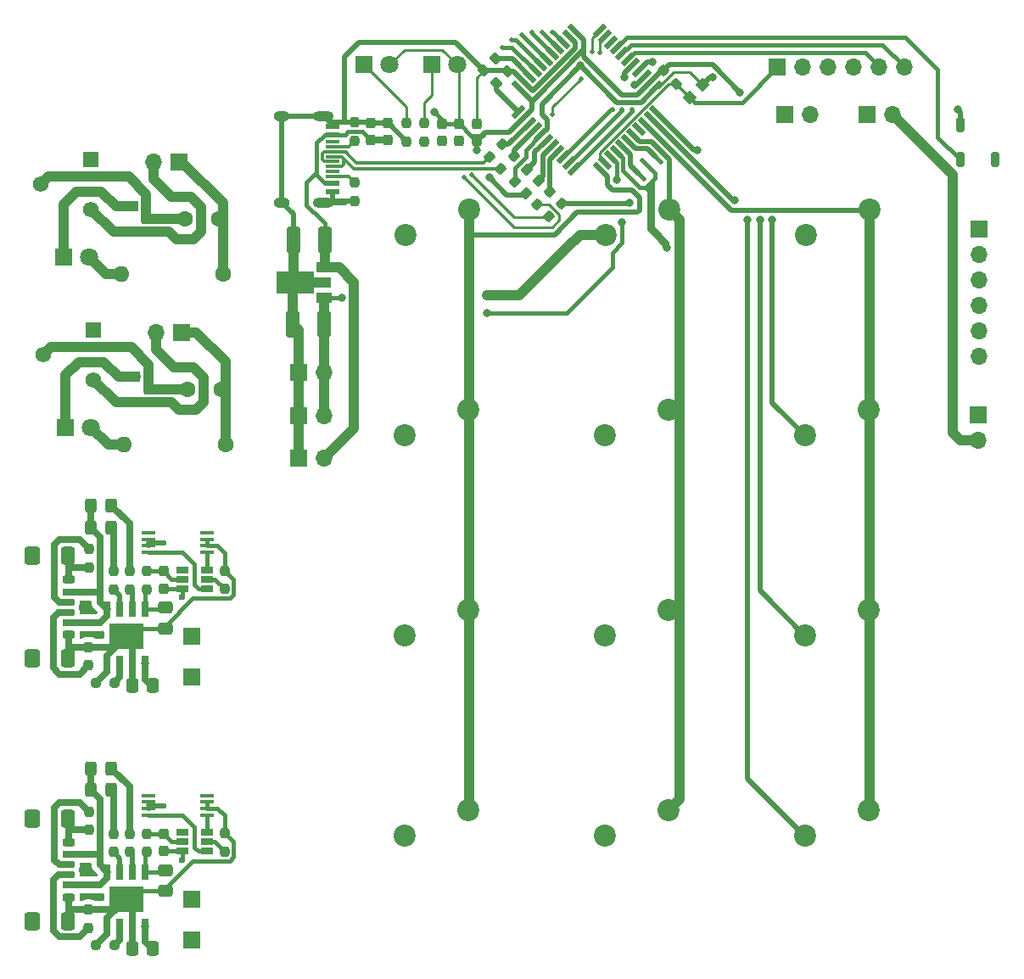
<source format=gbr>
%TF.GenerationSoftware,KiCad,Pcbnew,8.0.3*%
%TF.CreationDate,2024-09-19T18:37:29+03:00*%
%TF.ProjectId,JLC8,4a4c4338-2e6b-4696-9361-645f70636258,rev?*%
%TF.SameCoordinates,Original*%
%TF.FileFunction,Copper,L1,Top*%
%TF.FilePolarity,Positive*%
%FSLAX46Y46*%
G04 Gerber Fmt 4.6, Leading zero omitted, Abs format (unit mm)*
G04 Created by KiCad (PCBNEW 8.0.3) date 2024-09-19 18:37:29*
%MOMM*%
%LPD*%
G01*
G04 APERTURE LIST*
G04 Aperture macros list*
%AMRoundRect*
0 Rectangle with rounded corners*
0 $1 Rounding radius*
0 $2 $3 $4 $5 $6 $7 $8 $9 X,Y pos of 4 corners*
0 Add a 4 corners polygon primitive as box body*
4,1,4,$2,$3,$4,$5,$6,$7,$8,$9,$2,$3,0*
0 Add four circle primitives for the rounded corners*
1,1,$1+$1,$2,$3*
1,1,$1+$1,$4,$5*
1,1,$1+$1,$6,$7*
1,1,$1+$1,$8,$9*
0 Add four rect primitives between the rounded corners*
20,1,$1+$1,$2,$3,$4,$5,0*
20,1,$1+$1,$4,$5,$6,$7,0*
20,1,$1+$1,$6,$7,$8,$9,0*
20,1,$1+$1,$8,$9,$2,$3,0*%
%AMRotRect*
0 Rectangle, with rotation*
0 The origin of the aperture is its center*
0 $1 length*
0 $2 width*
0 $3 Rotation angle, in degrees counterclockwise*
0 Add horizontal line*
21,1,$1,$2,0,0,$3*%
G04 Aperture macros list end*
%TA.AperFunction,SMDPad,CuDef*%
%ADD10RoundRect,0.250000X-0.337500X-0.475000X0.337500X-0.475000X0.337500X0.475000X-0.337500X0.475000X0*%
%TD*%
%TA.AperFunction,SMDPad,CuDef*%
%ADD11RoundRect,0.237500X0.237500X-0.287500X0.237500X0.287500X-0.237500X0.287500X-0.237500X-0.287500X0*%
%TD*%
%TA.AperFunction,SMDPad,CuDef*%
%ADD12R,1.200000X0.650000*%
%TD*%
%TA.AperFunction,SMDPad,CuDef*%
%ADD13R,0.700000X1.525000*%
%TD*%
%TA.AperFunction,SMDPad,CuDef*%
%ADD14R,3.402000X2.513000*%
%TD*%
%TA.AperFunction,SMDPad,CuDef*%
%ADD15RoundRect,0.237500X-0.380070X0.044194X0.044194X-0.380070X0.380070X-0.044194X-0.044194X0.380070X0*%
%TD*%
%TA.AperFunction,ComponentPad*%
%ADD16C,2.200000*%
%TD*%
%TA.AperFunction,SMDPad,CuDef*%
%ADD17RotRect,1.000000X1.000000X45.000000*%
%TD*%
%TA.AperFunction,SMDPad,CuDef*%
%ADD18RoundRect,0.237500X0.237500X-0.250000X0.237500X0.250000X-0.237500X0.250000X-0.237500X-0.250000X0*%
%TD*%
%TA.AperFunction,SMDPad,CuDef*%
%ADD19RoundRect,0.237500X-0.237500X0.250000X-0.237500X-0.250000X0.237500X-0.250000X0.237500X0.250000X0*%
%TD*%
%TA.AperFunction,SMDPad,CuDef*%
%ADD20RoundRect,0.250000X0.412500X1.100000X-0.412500X1.100000X-0.412500X-1.100000X0.412500X-1.100000X0*%
%TD*%
%TA.AperFunction,ComponentPad*%
%ADD21R,1.800000X1.100000*%
%TD*%
%TA.AperFunction,ComponentPad*%
%ADD22RoundRect,0.275000X-0.625000X0.275000X-0.625000X-0.275000X0.625000X-0.275000X0.625000X0.275000X0*%
%TD*%
%TA.AperFunction,ComponentPad*%
%ADD23R,1.700000X1.700000*%
%TD*%
%TA.AperFunction,ComponentPad*%
%ADD24O,1.700000X1.700000*%
%TD*%
%TA.AperFunction,SMDPad,CuDef*%
%ADD25RoundRect,0.237500X-0.008839X-0.344715X0.344715X0.008839X0.008839X0.344715X-0.344715X-0.008839X0*%
%TD*%
%TA.AperFunction,ComponentPad*%
%ADD26C,1.600000*%
%TD*%
%TA.AperFunction,SMDPad,CuDef*%
%ADD27RoundRect,0.250000X0.325000X0.450000X-0.325000X0.450000X-0.325000X-0.450000X0.325000X-0.450000X0*%
%TD*%
%TA.AperFunction,SMDPad,CuDef*%
%ADD28RoundRect,0.237500X0.237500X-0.300000X0.237500X0.300000X-0.237500X0.300000X-0.237500X-0.300000X0*%
%TD*%
%TA.AperFunction,SMDPad,CuDef*%
%ADD29RoundRect,0.237500X0.008839X0.344715X-0.344715X-0.008839X-0.008839X-0.344715X0.344715X0.008839X0*%
%TD*%
%TA.AperFunction,SMDPad,CuDef*%
%ADD30RoundRect,0.237500X-0.044194X-0.380070X0.380070X0.044194X0.044194X0.380070X-0.380070X-0.044194X0*%
%TD*%
%TA.AperFunction,ComponentPad*%
%ADD31R,1.800000X1.800000*%
%TD*%
%TA.AperFunction,ComponentPad*%
%ADD32C,1.800000*%
%TD*%
%TA.AperFunction,ComponentPad*%
%ADD33O,1.600000X1.600000*%
%TD*%
%TA.AperFunction,SMDPad,CuDef*%
%ADD34R,1.450000X0.600000*%
%TD*%
%TA.AperFunction,SMDPad,CuDef*%
%ADD35R,1.450000X0.300000*%
%TD*%
%TA.AperFunction,ComponentPad*%
%ADD36O,2.100000X1.000000*%
%TD*%
%TA.AperFunction,ComponentPad*%
%ADD37O,1.600000X1.000000*%
%TD*%
%TA.AperFunction,SMDPad,CuDef*%
%ADD38RoundRect,0.250000X-0.475000X0.337500X-0.475000X-0.337500X0.475000X-0.337500X0.475000X0.337500X0*%
%TD*%
%TA.AperFunction,SMDPad,CuDef*%
%ADD39R,1.500000X1.000000*%
%TD*%
%TA.AperFunction,SMDPad,CuDef*%
%ADD40R,3.700000X2.200000*%
%TD*%
%TA.AperFunction,SMDPad,CuDef*%
%ADD41R,1.800000X1.000000*%
%TD*%
%TA.AperFunction,SMDPad,CuDef*%
%ADD42RotRect,0.400000X1.900000X225.000000*%
%TD*%
%TA.AperFunction,SMDPad,CuDef*%
%ADD43RoundRect,0.237500X-0.237500X0.300000X-0.237500X-0.300000X0.237500X-0.300000X0.237500X0.300000X0*%
%TD*%
%TA.AperFunction,SMDPad,CuDef*%
%ADD44RoundRect,0.200000X-0.200000X0.550000X-0.200000X-0.550000X0.200000X-0.550000X0.200000X0.550000X0*%
%TD*%
%TA.AperFunction,SMDPad,CuDef*%
%ADD45RotRect,0.508000X1.473200X315.000000*%
%TD*%
%TA.AperFunction,SMDPad,CuDef*%
%ADD46RotRect,0.508000X1.473200X225.000000*%
%TD*%
%TA.AperFunction,SMDPad,CuDef*%
%ADD47RoundRect,0.237500X0.380070X-0.044194X-0.044194X0.380070X-0.380070X0.044194X0.044194X-0.380070X0*%
%TD*%
%TA.AperFunction,SMDPad,CuDef*%
%ADD48RoundRect,0.237500X0.044194X0.380070X-0.380070X-0.044194X-0.044194X-0.380070X0.380070X0.044194X0*%
%TD*%
%TA.AperFunction,ComponentPad*%
%ADD49R,1.560000X1.560000*%
%TD*%
%TA.AperFunction,ComponentPad*%
%ADD50C,1.560000*%
%TD*%
%TA.AperFunction,SMDPad,CuDef*%
%ADD51RoundRect,0.175000X-0.425000X0.175000X-0.425000X-0.175000X0.425000X-0.175000X0.425000X0.175000X0*%
%TD*%
%TA.AperFunction,SMDPad,CuDef*%
%ADD52RoundRect,0.190000X0.410000X-0.190000X0.410000X0.190000X-0.410000X0.190000X-0.410000X-0.190000X0*%
%TD*%
%TA.AperFunction,SMDPad,CuDef*%
%ADD53RoundRect,0.200000X0.400000X-0.200000X0.400000X0.200000X-0.400000X0.200000X-0.400000X-0.200000X0*%
%TD*%
%TA.AperFunction,SMDPad,CuDef*%
%ADD54RoundRect,0.175000X0.425000X-0.175000X0.425000X0.175000X-0.425000X0.175000X-0.425000X-0.175000X0*%
%TD*%
%TA.AperFunction,SMDPad,CuDef*%
%ADD55RoundRect,0.190000X-0.410000X0.190000X-0.410000X-0.190000X0.410000X-0.190000X0.410000X0.190000X0*%
%TD*%
%TA.AperFunction,SMDPad,CuDef*%
%ADD56RoundRect,0.200000X-0.400000X0.200000X-0.400000X-0.200000X0.400000X-0.200000X0.400000X0.200000X0*%
%TD*%
%TA.AperFunction,SMDPad,CuDef*%
%ADD57RoundRect,0.250000X-0.425000X0.650000X-0.425000X-0.650000X0.425000X-0.650000X0.425000X0.650000X0*%
%TD*%
%TA.AperFunction,SMDPad,CuDef*%
%ADD58RoundRect,0.250000X-0.500000X0.650000X-0.500000X-0.650000X0.500000X-0.650000X0.500000X0.650000X0*%
%TD*%
%TA.AperFunction,SMDPad,CuDef*%
%ADD59R,1.475000X0.450000*%
%TD*%
%TA.AperFunction,SMDPad,CuDef*%
%ADD60RoundRect,0.237500X-0.250000X-0.237500X0.250000X-0.237500X0.250000X0.237500X-0.250000X0.237500X0*%
%TD*%
%TA.AperFunction,SMDPad,CuDef*%
%ADD61RoundRect,0.237500X-0.344715X0.008839X0.008839X-0.344715X0.344715X-0.008839X-0.008839X0.344715X0*%
%TD*%
%TA.AperFunction,ViaPad*%
%ADD62C,0.500000*%
%TD*%
%TA.AperFunction,ViaPad*%
%ADD63C,0.800000*%
%TD*%
%TA.AperFunction,ViaPad*%
%ADD64C,0.600000*%
%TD*%
%TA.AperFunction,Conductor*%
%ADD65C,0.500000*%
%TD*%
%TA.AperFunction,Conductor*%
%ADD66C,1.000000*%
%TD*%
%TA.AperFunction,Conductor*%
%ADD67C,0.400000*%
%TD*%
%TA.AperFunction,Conductor*%
%ADD68C,0.250000*%
%TD*%
%TA.AperFunction,Conductor*%
%ADD69C,0.700000*%
%TD*%
%TA.AperFunction,Conductor*%
%ADD70C,0.300000*%
%TD*%
G04 APERTURE END LIST*
D10*
%TO.P,C2,1*%
%TO.N,N/C*%
X111844250Y-141662179D03*
%TO.P,C2,2*%
X113919250Y-141662179D03*
%TD*%
D11*
%TO.P,D3,1,K*%
%TO.N,N/C*%
X142756050Y-61092179D03*
%TO.P,D3,2,A*%
X142756050Y-59342179D03*
%TD*%
D12*
%TO.P,U3,1,OD*%
%TO.N,N/C*%
X119332500Y-105769679D03*
%TO.P,U3,2,CS*%
X119332500Y-104819679D03*
%TO.P,U3,3,OC*%
X119332500Y-103869679D03*
%TO.P,U3,4,TD*%
X116832500Y-103869679D03*
%TO.P,U3,5,VCC*%
X116832500Y-104819679D03*
%TO.P,U3,6,GND*%
X116832500Y-105769679D03*
%TD*%
D13*
%TO.P,U1,1,TEMP1*%
%TO.N,N/C*%
X109344250Y-113244179D03*
%TO.P,U1,2,PROG2*%
X110614250Y-113244179D03*
%TO.P,U1,3,GND_3*%
X111884250Y-113244179D03*
%TO.P,U1,4,VCC4*%
X113154250Y-113244179D03*
%TO.P,U1,5,BAT*%
X113154250Y-107820179D03*
%TO.P,U1,6,~{STDBY}*%
X111884250Y-107820179D03*
%TO.P,U1,7,~{CHRG}*%
X110614250Y-107820179D03*
%TO.P,U1,8,CE*%
X109344250Y-107820179D03*
D14*
%TO.P,U1,9,EP*%
X111249250Y-110532179D03*
%TD*%
D15*
%TO.P,C10,1*%
%TO.N,N/C*%
X146956170Y-54067299D03*
%TO.P,C10,2*%
X148175930Y-55287059D03*
%TD*%
D16*
%TO.P,SW4,1,1*%
%TO.N,N/C*%
X145376050Y-87887179D03*
%TO.P,SW4,2,2*%
X139026050Y-90427179D03*
%TD*%
D17*
%TO.P,REF\u002A\u002A,1*%
%TO.N,N/C*%
X168756050Y-55467179D03*
%TD*%
D18*
%TO.P,R3,1*%
%TO.N,N/C*%
X121069250Y-131974679D03*
%TO.P,R3,2*%
X121069250Y-130149679D03*
%TD*%
D19*
%TO.P,R6,1*%
%TO.N,N/C*%
X107506750Y-111584679D03*
%TO.P,R6,2*%
X107506750Y-113409679D03*
%TD*%
D20*
%TO.P,C2,1*%
%TO.N,N/C*%
X131008550Y-79327179D03*
%TO.P,C2,2*%
X127883550Y-79327179D03*
%TD*%
D21*
%TO.P,Q7,1,C*%
%TO.N,N/C*%
X111831050Y-84637179D03*
D22*
%TO.P,Q7,2,B*%
X113901050Y-85907179D03*
%TO.P,Q7,3,E*%
X111831050Y-87177179D03*
%TD*%
D23*
%TO.P,J3,1*%
%TO.N,N/C*%
X196381050Y-69867179D03*
D24*
%TO.P,J3,2*%
X196381050Y-72407179D03*
%TO.P,J3,3*%
X196381050Y-74947179D03*
%TO.P,J3,4*%
X196381050Y-77487179D03*
%TO.P,J3,5*%
X196381050Y-80027179D03*
%TO.P,J3,6*%
X196381050Y-82567179D03*
%TD*%
D25*
%TO.P,R8,1*%
%TO.N,N/C*%
X152274998Y-67437256D03*
%TO.P,R8,2*%
X153565468Y-66146786D03*
%TD*%
D26*
%TO.P,R3,1*%
%TO.N,N/C*%
X117102370Y-68888499D03*
%TO.P,R3,2*%
X120502370Y-68888499D03*
%TD*%
D27*
%TO.P,D2,1,K*%
%TO.N,N/C*%
X109794250Y-123687179D03*
%TO.P,D2,2,A*%
X107744250Y-123687179D03*
%TD*%
D18*
%TO.P,R4,1*%
%TO.N,N/C*%
X113282500Y-105832179D03*
%TO.P,R4,2*%
X113282500Y-104007179D03*
%TD*%
D27*
%TO.P,D2,1,K*%
%TO.N,N/C*%
X109794250Y-97487179D03*
%TO.P,D2,2,A*%
X107744250Y-97487179D03*
%TD*%
D26*
%TO.P,R3,1*%
%TO.N,N/C*%
X117351050Y-85907179D03*
%TO.P,R3,2*%
X120751050Y-85907179D03*
%TD*%
D27*
%TO.P,D1,1,K*%
%TO.N,N/C*%
X109794250Y-99667179D03*
%TO.P,D1,2,A*%
X107744250Y-99667179D03*
%TD*%
D19*
%TO.P,R2,1*%
%TO.N,N/C*%
X111594250Y-130194679D03*
%TO.P,R2,2*%
X111594250Y-132019679D03*
%TD*%
D23*
%TO.P,REF\u002A\u002A,1*%
%TO.N,N/C*%
X128481050Y-92717179D03*
D24*
%TO.P,REF\u002A\u002A,2*%
X131021050Y-92717179D03*
%TD*%
D16*
%TO.P,SW10,1,1*%
%TO.N,N/C*%
X185376050Y-107887179D03*
%TO.P,SW10,2,2*%
X179026050Y-110427179D03*
%TD*%
D28*
%TO.P,C1,1*%
%TO.N,N/C*%
X115007500Y-131957179D03*
%TO.P,C1,2*%
X115007500Y-130232179D03*
%TD*%
D29*
%TO.P,R6,1*%
%TO.N,N/C*%
X148822060Y-61424538D03*
%TO.P,R6,2*%
X147531590Y-62715008D03*
%TD*%
D30*
%TO.P,C8,1*%
%TO.N,N/C*%
X150043586Y-65138617D03*
%TO.P,C8,2*%
X151263346Y-63918857D03*
%TD*%
D16*
%TO.P,SW2,1,1*%
%TO.N,N/C*%
X165456050Y-67887179D03*
%TO.P,SW2,2,2*%
X159106050Y-70427179D03*
%TD*%
D31*
%TO.P,D2,1,K*%
%TO.N,N/C*%
X141731050Y-53467179D03*
D32*
%TO.P,D2,2,A*%
X144271050Y-53467179D03*
%TD*%
D23*
%TO.P,J3,1,Pin_1*%
%TO.N,N/C*%
X117769250Y-114587179D03*
%TD*%
D26*
%TO.P,R14,1*%
%TO.N,N/C*%
X120912370Y-74388499D03*
D33*
%TO.P,R14,2*%
X110752370Y-74388499D03*
%TD*%
D34*
%TO.P,J1,A1,GND*%
%TO.N,N/C*%
X131881050Y-59637179D03*
%TO.P,J1,A4,VBUS*%
X131881050Y-60437179D03*
D35*
%TO.P,J1,A5,CC1*%
X131881050Y-61637179D03*
%TO.P,J1,A6,D+*%
X131881050Y-62637179D03*
%TO.P,J1,A7,D-*%
X131881050Y-63137179D03*
%TO.P,J1,A8,SBU1*%
X131881050Y-64137179D03*
D34*
%TO.P,J1,B1,GND*%
X131881050Y-66137179D03*
%TO.P,J1,B4,VBUS*%
X131881050Y-65337179D03*
D35*
%TO.P,J1,B5,CC2*%
X131881050Y-64637179D03*
%TO.P,J1,B6,D+*%
X131881050Y-63637179D03*
%TO.P,J1,B7,D-*%
X131881050Y-62137179D03*
%TO.P,J1,B8,SBU2*%
X131881050Y-61137179D03*
D36*
%TO.P,J1,S1,SHIELD*%
X130966050Y-58567179D03*
D37*
X126786050Y-58567179D03*
D36*
X130966050Y-67207179D03*
D37*
X126786050Y-67207179D03*
%TD*%
D19*
%TO.P,R6,1*%
%TO.N,N/C*%
X107506750Y-137784679D03*
%TO.P,R6,2*%
X107506750Y-139609679D03*
%TD*%
D29*
%TO.P,R5,1*%
%TO.N,N/C*%
X149953431Y-62555909D03*
%TO.P,R5,2*%
X148662961Y-63846379D03*
%TD*%
D18*
%TO.P,R4,1*%
%TO.N,N/C*%
X113282500Y-132032179D03*
%TO.P,R4,2*%
X113282500Y-130207179D03*
%TD*%
D38*
%TO.P,C3,1*%
%TO.N,N/C*%
X115144250Y-133862179D03*
%TO.P,C3,2*%
X115144250Y-135937179D03*
%TD*%
D11*
%TO.P,D4,1,K*%
%TO.N,N/C*%
X144506050Y-61092179D03*
%TO.P,D4,2,A*%
X144506050Y-59342179D03*
%TD*%
D39*
%TO.P,U2,1,VO*%
%TO.N,N/C*%
X131006050Y-76717179D03*
D40*
%TO.P,U2,2,GND*%
X128106050Y-75217179D03*
D41*
X130856050Y-75217179D03*
D39*
%TO.P,U2,3,VI*%
X131006050Y-73717179D03*
%TD*%
D19*
%TO.P,R2,1*%
%TO.N,N/C*%
X111594250Y-103994679D03*
%TO.P,R2,2*%
X111594250Y-105819679D03*
%TD*%
D16*
%TO.P,SW13,1,1*%
%TO.N,N/C*%
X185376050Y-127887179D03*
%TO.P,SW13,2,2*%
X179026050Y-130427179D03*
%TD*%
D23*
%TO.P,J2,1,Pin_1*%
%TO.N,N/C*%
X117769250Y-110537179D03*
%TD*%
D13*
%TO.P,U1,1,TEMP1*%
%TO.N,N/C*%
X109344250Y-139444179D03*
%TO.P,U1,2,PROG2*%
X110614250Y-139444179D03*
%TO.P,U1,3,GND_3*%
X111884250Y-139444179D03*
%TO.P,U1,4,VCC4*%
X113154250Y-139444179D03*
%TO.P,U1,5,BAT*%
X113154250Y-134020179D03*
%TO.P,U1,6,~{STDBY}*%
X111884250Y-134020179D03*
%TO.P,U1,7,~{CHRG}*%
X110614250Y-134020179D03*
%TO.P,U1,8,CE*%
X109344250Y-134020179D03*
D14*
%TO.P,U1,9,EP*%
X111249250Y-136732179D03*
%TD*%
D42*
%TO.P,Y1,1,1*%
%TO.N,N/C*%
X164124578Y-62688651D03*
%TO.P,Y1,2,2*%
X163276050Y-63537179D03*
%TO.P,Y1,3,3*%
X162427522Y-64385707D03*
%TD*%
D28*
%TO.P,C3,1*%
%TO.N,N/C*%
X135666050Y-60979679D03*
%TO.P,C3,2*%
X135666050Y-59254679D03*
%TD*%
D43*
%TO.P,C9,1*%
%TO.N,N/C*%
X146256050Y-59354678D03*
%TO.P,C9,2*%
X146256050Y-61079680D03*
%TD*%
D23*
%TO.P,J3,1,Pin_1*%
%TO.N,N/C*%
X117769250Y-140787179D03*
%TD*%
D16*
%TO.P,SW9,1,1*%
%TO.N,N/C*%
X165376050Y-107887179D03*
%TO.P,SW9,2,2*%
X159026050Y-110427179D03*
%TD*%
D21*
%TO.P,Q7,1,C*%
%TO.N,N/C*%
X111582370Y-67618499D03*
D22*
%TO.P,Q7,2,B*%
X113652370Y-68888499D03*
%TO.P,Q7,3,E*%
X111582370Y-70158499D03*
%TD*%
D12*
%TO.P,U3,1,OD*%
%TO.N,N/C*%
X119332500Y-131969679D03*
%TO.P,U3,2,CS*%
X119332500Y-131019679D03*
%TO.P,U3,3,OC*%
X119332500Y-130069679D03*
%TO.P,U3,4,TD*%
X116832500Y-130069679D03*
%TO.P,U3,5,VCC*%
X116832500Y-131019679D03*
%TO.P,U3,6,GND*%
X116832500Y-131969679D03*
%TD*%
D18*
%TO.P,R3,1*%
%TO.N,N/C*%
X121069250Y-105774679D03*
%TO.P,R3,2*%
X121069250Y-103949679D03*
%TD*%
D23*
%TO.P,J2,1*%
%TO.N,N/C*%
X176256050Y-53717179D03*
D24*
%TO.P,J2,2*%
X178796050Y-53717179D03*
%TO.P,J2,3*%
X181336050Y-53717179D03*
%TO.P,J2,4*%
X183876050Y-53717179D03*
%TO.P,J2,5*%
X186416050Y-53717179D03*
%TO.P,J2,6*%
X188956050Y-53717179D03*
%TD*%
D23*
%TO.P,BT1,1,+*%
%TO.N,N/C*%
X116776050Y-80157179D03*
D24*
%TO.P,BT1,2,-*%
X114236050Y-80157179D03*
%TD*%
D17*
%TO.P,REF\u002A\u002A,1*%
%TO.N,N/C*%
X167506050Y-56717179D03*
%TD*%
D44*
%TO.P,BZ1,1,+*%
%TO.N,N/C*%
X194506050Y-62967179D03*
%TO.P,BZ1,2,-*%
X194506050Y-59467179D03*
%TO.P,BZ1,mp*%
X198006050Y-62967179D03*
%TD*%
D16*
%TO.P,SW7,1,1*%
%TO.N,N/C*%
X185376050Y-87887179D03*
%TO.P,SW7,2,2*%
X179026050Y-90427179D03*
%TD*%
D31*
%TO.P,D8,1,K*%
%TO.N,N/C*%
X105226050Y-89657179D03*
D32*
%TO.P,D8,2,A*%
X107766050Y-89657179D03*
%TD*%
D45*
%TO.P,U1,1,PE6*%
%TO.N,N/C*%
X150377174Y-58206454D03*
%TO.P,U1,2,UVCC*%
X150933950Y-58763230D03*
%TO.P,U1,3,D-*%
X151508686Y-59337967D03*
%TO.P,U1,4,D+*%
X152065462Y-59894742D03*
%TO.P,U1,5,UGND*%
X152640198Y-60469479D03*
%TO.P,U1,6,UCAP*%
X153196974Y-61026255D03*
%TO.P,U1,7,VBUS*%
X153753750Y-61583031D03*
%TO.P,U1,8,PB0*%
X154328487Y-62157767D03*
%TO.P,U1,9,PB1*%
X154885262Y-62714543D03*
%TO.P,U1,10,PB2*%
X155459999Y-63289279D03*
%TO.P,U1,11,PB3*%
X156016775Y-63846055D03*
D46*
%TO.P,U1,12,PB7*%
X158495325Y-63846055D03*
%TO.P,U1,13,~{RESET}*%
X159052101Y-63289279D03*
%TO.P,U1,14,VCC*%
X159626838Y-62714543D03*
%TO.P,U1,15,GND*%
X160183613Y-62157767D03*
%TO.P,U1,16,XTAL2*%
X160758350Y-61583031D03*
%TO.P,U1,17,XTAL1*%
X161315126Y-61026255D03*
%TO.P,U1,18,PD0*%
X161871902Y-60469479D03*
%TO.P,U1,19,PD1*%
X162446638Y-59894742D03*
%TO.P,U1,20,PD2*%
X163003414Y-59337967D03*
%TO.P,U1,21,PD3*%
X163578150Y-58763230D03*
%TO.P,U1,22,PD5*%
X164134926Y-58206454D03*
D45*
%TO.P,U1,23,GND*%
X164134926Y-55727904D03*
%TO.P,U1,24,AVCC*%
X163578150Y-55171128D03*
%TO.P,U1,25,PD4*%
X163003414Y-54596391D03*
%TO.P,U1,26,PD6*%
X162446638Y-54039616D03*
%TO.P,U1,27,PD7*%
X161871902Y-53464879D03*
%TO.P,U1,28,PB4*%
X161315126Y-52908103D03*
%TO.P,U1,29,PB5*%
X160758350Y-52351327D03*
%TO.P,U1,30,PB6*%
X160183613Y-51776591D03*
%TO.P,U1,31,PC6*%
X159626838Y-51219815D03*
%TO.P,U1,32,PC7*%
X159052101Y-50645079D03*
%TO.P,U1,33,~{HWB}/PE2*%
X158495325Y-50088303D03*
D46*
%TO.P,U1,34,VCC*%
X156016775Y-50088303D03*
%TO.P,U1,35,GND*%
X155459999Y-50645079D03*
%TO.P,U1,36,PF7*%
X154885262Y-51219815D03*
%TO.P,U1,37,PF6*%
X154328487Y-51776591D03*
%TO.P,U1,38,PF5*%
X153753750Y-52351327D03*
%TO.P,U1,39,PF4*%
X153196974Y-52908103D03*
%TO.P,U1,40,PF1*%
X152640198Y-53464879D03*
%TO.P,U1,41,PF0*%
X152065462Y-54039616D03*
%TO.P,U1,42,AREF*%
X151508686Y-54596391D03*
%TO.P,U1,43,GND*%
X150933950Y-55171128D03*
%TO.P,U1,44,AVCC*%
X150377174Y-55727904D03*
%TD*%
D16*
%TO.P,SW6,1,1*%
%TO.N,N/C*%
X165376050Y-87887179D03*
%TO.P,SW6,2,2*%
X159026050Y-90427179D03*
%TD*%
D18*
%TO.P,R2,1*%
%TO.N,N/C*%
X134036050Y-61029679D03*
%TO.P,R2,2*%
X134036050Y-59204679D03*
%TD*%
D31*
%TO.P,D1,1,K*%
%TO.N,N/C*%
X135006050Y-53467179D03*
D32*
%TO.P,D1,2,A*%
X137546050Y-53467179D03*
%TD*%
D18*
%TO.P,R1,1*%
%TO.N,N/C*%
X139256050Y-61129679D03*
%TO.P,R1,2*%
X139256050Y-59304679D03*
%TD*%
%TO.P,R7,1*%
%TO.N,N/C*%
X107556750Y-103649679D03*
%TO.P,R7,2*%
X107556750Y-101824679D03*
%TD*%
D19*
%TO.P,R3,1*%
%TO.N,N/C*%
X134036050Y-65247179D03*
%TO.P,R3,2*%
X134036050Y-67072179D03*
%TD*%
D10*
%TO.P,C2,1*%
%TO.N,N/C*%
X111844250Y-115462179D03*
%TO.P,C2,2*%
X113919250Y-115462179D03*
%TD*%
D16*
%TO.P,SW1,1,1*%
%TO.N,N/C*%
X145456050Y-67887179D03*
%TO.P,SW1,2,2*%
X139106050Y-70427179D03*
%TD*%
D26*
%TO.P,R14,1*%
%TO.N,N/C*%
X121161050Y-91407179D03*
D33*
%TO.P,R14,2*%
X111001050Y-91407179D03*
%TD*%
D23*
%TO.P,REF\u002A\u002A,1*%
%TO.N,N/C*%
X196256050Y-88442179D03*
D24*
%TO.P,REF\u002A\u002A,2*%
X196256050Y-90982179D03*
%TD*%
D23*
%TO.P,J2,1,Pin_1*%
%TO.N,N/C*%
X117769250Y-136737179D03*
%TD*%
D47*
%TO.P,C6,1*%
%TO.N,N/C*%
X149309939Y-54112235D03*
%TO.P,C6,2*%
X148090179Y-52892475D03*
%TD*%
D23*
%TO.P,REF\u002A\u002A,1*%
%TO.N,N/C*%
X185231050Y-58467179D03*
D24*
%TO.P,REF\u002A\u002A,2*%
X187771050Y-58467179D03*
%TD*%
D27*
%TO.P,D1,1,K*%
%TO.N,N/C*%
X109794250Y-125867179D03*
%TO.P,D1,2,A*%
X107744250Y-125867179D03*
%TD*%
D23*
%TO.P,BT1,1,+*%
%TO.N,N/C*%
X116527370Y-63138499D03*
D24*
%TO.P,BT1,2,-*%
X113987370Y-63138499D03*
%TD*%
D16*
%TO.P,SW8,1,1*%
%TO.N,N/C*%
X145376050Y-107887179D03*
%TO.P,SW8,2,2*%
X139026050Y-110427179D03*
%TD*%
D48*
%TO.P,C7,1*%
%TO.N,N/C*%
X152415930Y-65057299D03*
%TO.P,C7,2*%
X151196170Y-66277059D03*
%TD*%
D28*
%TO.P,C1,1*%
%TO.N,N/C*%
X115007500Y-105757179D03*
%TO.P,C1,2*%
X115007500Y-104032179D03*
%TD*%
D19*
%TO.P,R1,1*%
%TO.N,N/C*%
X109974250Y-130194679D03*
%TO.P,R1,2*%
X109974250Y-132019679D03*
%TD*%
D49*
%TO.P,RV3,1,1*%
%TO.N,N/C*%
X107742370Y-62888499D03*
D50*
%TO.P,RV3,2,2*%
X102742370Y-65388499D03*
%TO.P,RV3,3,3*%
X107742370Y-67888499D03*
%TD*%
D16*
%TO.P,SW11,1,1*%
%TO.N,N/C*%
X145376050Y-127887179D03*
%TO.P,SW11,2,2*%
X139026050Y-130427179D03*
%TD*%
D51*
%TO.P,J1,A5,CC1*%
%TO.N,N/C*%
X105486750Y-107107179D03*
D52*
%TO.P,J1,A9,VBUS*%
X105486750Y-109127179D03*
D53*
%TO.P,J1,A12,GND*%
X105486750Y-110357179D03*
D54*
%TO.P,J1,B5,CC2*%
X105486750Y-108107179D03*
D55*
%TO.P,J1,B9,VBUS*%
X105486750Y-106087179D03*
D56*
%TO.P,J1,B12,GND*%
X105486750Y-104857179D03*
D57*
%TO.P,J1,S1,SHIELD*%
X105431750Y-102482179D03*
D58*
X101851750Y-102482179D03*
D57*
X105431750Y-112732179D03*
D58*
X101851750Y-112732179D03*
%TD*%
D59*
%TO.P,U2,1,D12_1*%
%TO.N,N/C*%
X113469250Y-126387179D03*
%TO.P,U2,2,S1_1*%
X113469250Y-127037179D03*
%TO.P,U2,3,S1_2*%
X113469250Y-127687179D03*
%TO.P,U2,4,G1*%
X113469250Y-128337179D03*
%TO.P,U2,5,G2*%
X119345250Y-128337179D03*
%TO.P,U2,6,S2_1*%
X119345250Y-127687179D03*
%TO.P,U2,7,S2_2*%
X119345250Y-127037179D03*
%TO.P,U2,8,D12_2*%
X119345250Y-126387179D03*
%TD*%
%TO.P,U2,1,D12_1*%
%TO.N,N/C*%
X113469250Y-100187179D03*
%TO.P,U2,2,S1_1*%
X113469250Y-100837179D03*
%TO.P,U2,3,S1_2*%
X113469250Y-101487179D03*
%TO.P,U2,4,G1*%
X113469250Y-102137179D03*
%TO.P,U2,5,G2*%
X119345250Y-102137179D03*
%TO.P,U2,6,S2_1*%
X119345250Y-101487179D03*
%TO.P,U2,7,S2_2*%
X119345250Y-100837179D03*
%TO.P,U2,8,D12_2*%
X119345250Y-100187179D03*
%TD*%
D31*
%TO.P,D8,1,K*%
%TO.N,N/C*%
X104977370Y-72638499D03*
D32*
%TO.P,D8,2,A*%
X107517370Y-72638499D03*
%TD*%
D16*
%TO.P,SW12,1,1*%
%TO.N,N/C*%
X165376050Y-127887179D03*
%TO.P,SW12,2,2*%
X159026050Y-130427179D03*
%TD*%
D60*
%TO.P,R5,1*%
%TO.N,N/C*%
X108256750Y-115145179D03*
%TO.P,R5,2*%
X110081750Y-115145179D03*
%TD*%
D23*
%TO.P,REF\u002A\u002A,1*%
%TO.N,N/C*%
X128481050Y-84217179D03*
D24*
%TO.P,REF\u002A\u002A,2*%
X131021050Y-84217179D03*
%TD*%
D28*
%TO.P,C5,1*%
%TO.N,N/C*%
X137378550Y-61004679D03*
%TO.P,C5,2*%
X137378550Y-59279679D03*
%TD*%
D18*
%TO.P,R7,1*%
%TO.N,N/C*%
X107556750Y-129849679D03*
%TO.P,R7,2*%
X107556750Y-128024679D03*
%TD*%
D51*
%TO.P,J1,A5,CC1*%
%TO.N,N/C*%
X105486750Y-133307179D03*
D52*
%TO.P,J1,A9,VBUS*%
X105486750Y-135327179D03*
D53*
%TO.P,J1,A12,GND*%
X105486750Y-136557179D03*
D54*
%TO.P,J1,B5,CC2*%
X105486750Y-134307179D03*
D55*
%TO.P,J1,B9,VBUS*%
X105486750Y-132287179D03*
D56*
%TO.P,J1,B12,GND*%
X105486750Y-131057179D03*
D57*
%TO.P,J1,S1,SHIELD*%
X105431750Y-128682179D03*
D58*
X101851750Y-128682179D03*
D57*
X105431750Y-138932179D03*
D58*
X101851750Y-138932179D03*
%TD*%
D25*
%TO.P,R7,1*%
%TO.N,N/C*%
X153420815Y-68585638D03*
%TO.P,R7,2*%
X154711285Y-67295168D03*
%TD*%
D49*
%TO.P,RV3,1,1*%
%TO.N,N/C*%
X107991050Y-79907179D03*
D50*
%TO.P,RV3,2,2*%
X102991050Y-82407179D03*
%TO.P,RV3,3,3*%
X107991050Y-84907179D03*
%TD*%
D60*
%TO.P,R5,1*%
%TO.N,N/C*%
X108256750Y-141345179D03*
%TO.P,R5,2*%
X110081750Y-141345179D03*
%TD*%
D16*
%TO.P,SW3,1,1*%
%TO.N,N/C*%
X185456050Y-67887179D03*
%TO.P,SW3,2,2*%
X179106050Y-70427179D03*
%TD*%
D38*
%TO.P,C3,1*%
%TO.N,N/C*%
X115144250Y-107662179D03*
%TO.P,C3,2*%
X115144250Y-109737179D03*
%TD*%
D19*
%TO.P,R1,1*%
%TO.N,N/C*%
X109974250Y-103994679D03*
%TO.P,R1,2*%
X109974250Y-105819679D03*
%TD*%
D20*
%TO.P,C1,1*%
%TO.N,N/C*%
X131068550Y-70967179D03*
%TO.P,C1,2*%
X127943550Y-70967179D03*
%TD*%
D19*
%TO.P,R9,1*%
%TO.N,N/C*%
X141006050Y-59304679D03*
%TO.P,R9,2*%
X141006050Y-61129679D03*
%TD*%
D61*
%TO.P,R4,1*%
%TO.N,N/C*%
X164860815Y-54071944D03*
%TO.P,R4,2*%
X166151285Y-55362414D03*
%TD*%
D23*
%TO.P,REF\u002A\u002A,1*%
%TO.N,N/C*%
X177006050Y-58467179D03*
D24*
%TO.P,REF\u002A\u002A,2*%
X179546050Y-58467179D03*
%TD*%
D23*
%TO.P,REF\u002A\u002A,1*%
%TO.N,N/C*%
X128481050Y-88467179D03*
D24*
%TO.P,REF\u002A\u002A,2*%
X131021050Y-88467179D03*
%TD*%
D62*
%TO.N,*%
X157787636Y-52185593D03*
D63*
X113164250Y-139450179D03*
D62*
X152756050Y-50217179D03*
X151756050Y-50217179D03*
D63*
X169756050Y-54717179D03*
D62*
X145756050Y-64467179D03*
D63*
X160256050Y-64967179D03*
D64*
X114994250Y-127437179D03*
D62*
X150756050Y-50467179D03*
X145006050Y-64717179D03*
X160756050Y-57967179D03*
D63*
X161506050Y-67217179D03*
X174506050Y-68967179D03*
X172006050Y-66967179D03*
X146256050Y-61967179D03*
D64*
X116806750Y-132849679D03*
D62*
X156086050Y-51807179D03*
D64*
X115144250Y-133862179D03*
D63*
X109334250Y-107820179D03*
X173256050Y-68967179D03*
D62*
X142756050Y-61217179D03*
X153756050Y-50217179D03*
D64*
X114994250Y-101237179D03*
D63*
X165256050Y-71717179D03*
X161006050Y-54717179D03*
X147506050Y-64717179D03*
D62*
X153756050Y-58467179D03*
D63*
X162006050Y-55467179D03*
D62*
X158506050Y-52217179D03*
D63*
X113164250Y-113250179D03*
X160756050Y-69217179D03*
X147256050Y-78217179D03*
D64*
X116806750Y-106649679D03*
X115144250Y-107662179D03*
D63*
X142006050Y-58217179D03*
D62*
X144506050Y-61217179D03*
X161756050Y-57967179D03*
D63*
X194256050Y-57967179D03*
X163756050Y-53217179D03*
D62*
X156631050Y-54842179D03*
D63*
X175756050Y-68967179D03*
X168256050Y-61967179D03*
X156599464Y-53560593D03*
D62*
X141006050Y-61129679D03*
X147256050Y-76467179D03*
D63*
X172506050Y-56217179D03*
X132756050Y-76717179D03*
D62*
X148756050Y-51717179D03*
X149756050Y-50967179D03*
X159756050Y-57967179D03*
D63*
X109334250Y-134020179D03*
%TD*%
D65*
%TO.N,*%
X152756050Y-57404007D02*
X156599464Y-53560593D01*
D66*
X116252370Y-70888499D02*
X118002370Y-70888499D01*
D67*
X130966050Y-67207179D02*
X133062826Y-67207179D01*
D65*
X175756050Y-87217179D02*
X179006050Y-90467179D01*
D67*
X163756050Y-69717179D02*
X163756050Y-70217179D01*
D68*
X164353903Y-55727904D02*
X165864628Y-54217179D01*
D69*
X111594250Y-103994679D02*
X111594250Y-99287179D01*
D67*
X149743025Y-51717179D02*
X152065462Y-54039616D01*
D65*
X147118551Y-60217179D02*
X146256050Y-61079680D01*
D69*
X107506750Y-111584679D02*
X105486750Y-111584679D01*
D65*
X153556050Y-66137368D02*
X153565468Y-66146786D01*
X145506050Y-70467179D02*
X154006050Y-70467179D01*
X163666050Y-61127179D02*
X165506050Y-62967179D01*
D67*
X119345250Y-100837179D02*
X119345250Y-101487179D01*
D69*
X107506750Y-113409679D02*
X106609250Y-114307179D01*
X104506750Y-134307179D02*
X105486750Y-134307179D01*
D66*
X104977370Y-67413499D02*
X104977370Y-72638499D01*
X121161050Y-87157179D02*
X121161050Y-86317179D01*
X118752370Y-67638499D02*
X117752370Y-66638499D01*
D68*
X146256050Y-54767419D02*
X146956170Y-54067299D01*
X144506050Y-59342179D02*
X144518549Y-59342179D01*
D65*
X137406050Y-59279679D02*
X139256050Y-61129679D01*
D68*
X167506050Y-54217179D02*
X168756050Y-55467179D01*
D65*
X161506050Y-67217179D02*
X161428061Y-67295168D01*
D66*
X111982370Y-70158499D02*
X110012370Y-70158499D01*
D65*
X111594250Y-105819679D02*
X111884250Y-106109679D01*
D67*
X164036050Y-64767179D02*
X164036050Y-64297179D01*
D66*
X120912370Y-70138499D02*
X120912370Y-69298499D01*
X109516050Y-91407179D02*
X107766050Y-89657179D01*
D67*
X116832500Y-106623929D02*
X116806750Y-106649679D01*
D65*
X161006050Y-54330731D02*
X161006050Y-54717179D01*
D67*
X163756050Y-65047179D02*
X163756050Y-69717179D01*
X119332500Y-105769679D02*
X118482500Y-105769679D01*
X160756050Y-69217179D02*
X160756050Y-71217179D01*
D68*
X158506050Y-51191130D02*
X158506050Y-52217179D01*
D65*
X149480001Y-60217179D02*
X147118551Y-60217179D01*
X114994250Y-127437179D02*
X113544250Y-127437179D01*
D67*
X116832500Y-131019679D02*
X115795000Y-131019679D01*
X172756050Y-57217179D02*
X176256050Y-53717179D01*
D69*
X110196750Y-111584679D02*
X111249250Y-110532179D01*
D70*
X133995455Y-63846379D02*
X148662961Y-63846379D01*
D66*
X109001050Y-83157179D02*
X106501050Y-83157179D01*
D67*
X114986250Y-134020179D02*
X115144250Y-133862179D01*
D65*
X160256050Y-57217179D02*
X156599464Y-53560593D01*
D67*
X113469250Y-100837179D02*
X113469250Y-101162179D01*
D68*
X142771050Y-51967179D02*
X139046050Y-51967179D01*
D67*
X129256050Y-65217179D02*
X129256050Y-67467179D01*
D65*
X131881050Y-59637179D02*
X131881050Y-59219679D01*
D66*
X118002370Y-70888499D02*
X118752370Y-70138499D01*
X112231050Y-87177179D02*
X115771050Y-87177179D01*
X111982370Y-70158499D02*
X115522370Y-70158499D01*
D67*
X159756050Y-73717179D02*
X155256050Y-78217179D01*
D65*
X131603550Y-59204679D02*
X130966050Y-58567179D01*
D67*
X163421050Y-66072179D02*
X163421050Y-69217179D01*
D66*
X106501050Y-83157179D02*
X105226050Y-84432179D01*
D69*
X104106750Y-127587179D02*
X104596750Y-127097179D01*
D67*
X163756050Y-70217179D02*
X165256050Y-71717179D01*
D69*
X104006750Y-134807179D02*
X104506750Y-134307179D01*
D66*
X121161050Y-87157179D02*
X121161050Y-83067179D01*
D65*
X146956170Y-54067299D02*
X144106050Y-51217179D01*
X162427522Y-64385707D02*
X161556050Y-63514235D01*
X151823096Y-57070133D02*
X151719405Y-57070133D01*
D67*
X116900000Y-102137179D02*
X113469250Y-102137179D01*
D69*
X111884250Y-113244179D02*
X111884250Y-115007679D01*
X104596750Y-100897179D02*
X106629250Y-100897179D01*
D67*
X142756050Y-58967179D02*
X142006050Y-58217179D01*
D69*
X109344250Y-107820179D02*
X109334250Y-107820179D01*
D65*
X159256050Y-65467179D02*
X159256050Y-64606780D01*
D69*
X109344250Y-134020179D02*
X108644250Y-133320179D01*
D66*
X145456050Y-67887179D02*
X145456050Y-127807179D01*
X131068550Y-73654679D02*
X131006050Y-73717179D01*
X110232370Y-67618499D02*
X108752370Y-66138499D01*
X145456050Y-127807179D02*
X145376050Y-127887179D01*
D67*
X154885262Y-62714543D02*
X159632626Y-57967179D01*
X154328487Y-51776591D02*
X154315462Y-51776591D01*
D66*
X103492370Y-64638499D02*
X102742370Y-65388499D01*
D65*
X164860815Y-54071944D02*
X165465580Y-53467179D01*
D66*
X121161050Y-86317179D02*
X120751050Y-85907179D01*
X110261050Y-87177179D02*
X107991050Y-84907179D01*
D67*
X121944250Y-106362179D02*
X121594250Y-106712179D01*
D70*
X133256050Y-62329154D02*
X134223275Y-63296379D01*
D69*
X110614250Y-114612679D02*
X110081750Y-115145179D01*
D65*
X135666050Y-59254679D02*
X135616050Y-59204679D01*
D69*
X109344250Y-134020179D02*
X109334250Y-134020179D01*
D66*
X103741050Y-81657179D02*
X102991050Y-82407179D01*
D65*
X154328487Y-62157767D02*
X153556050Y-62930204D01*
D67*
X113469250Y-127362179D02*
X113469250Y-127687179D01*
X113154250Y-134020179D02*
X113154250Y-132160429D01*
D66*
X131068550Y-70967179D02*
X131068550Y-73654679D01*
D70*
X133428550Y-61637179D02*
X134036050Y-61029679D01*
D65*
X162446638Y-54039616D02*
X162446638Y-54027767D01*
D67*
X119332500Y-131019679D02*
X120114250Y-131019679D01*
D65*
X149804772Y-52892476D02*
X150222036Y-53309740D01*
D67*
X130756050Y-68967179D02*
X131068550Y-69279679D01*
X115020000Y-105769679D02*
X115007500Y-105757179D01*
X134036050Y-67072179D02*
X131101050Y-67072179D01*
D69*
X105486750Y-111584679D02*
X105486750Y-111577179D01*
D66*
X111001050Y-91407179D02*
X109516050Y-91407179D01*
D65*
X133006050Y-59204679D02*
X131866050Y-59204679D01*
D67*
X153753750Y-52351327D02*
X151756050Y-50353627D01*
D66*
X185456050Y-127807179D02*
X185376050Y-127887179D01*
X127883550Y-75439679D02*
X128106050Y-75217179D01*
D65*
X130966050Y-58567179D02*
X126786050Y-58567179D01*
X151813026Y-56050203D02*
X150933951Y-55171127D01*
D67*
X121069250Y-130149679D02*
X121944250Y-131024679D01*
D69*
X109344250Y-139444179D02*
X109344250Y-138637179D01*
D65*
X169506050Y-54717179D02*
X169756050Y-54717179D01*
X163578150Y-58763230D02*
X171782099Y-66967179D01*
D67*
X153196974Y-52908103D02*
X150756050Y-50467179D01*
D65*
X131881050Y-66917179D02*
X132036050Y-67072179D01*
X173256050Y-68967179D02*
X173256050Y-124717179D01*
D69*
X105486750Y-110357179D02*
X105486750Y-111577179D01*
D65*
X111884250Y-132309679D02*
X111884250Y-134020179D01*
D68*
X139046050Y-51967179D02*
X137546050Y-53467179D01*
D67*
X118082500Y-131569679D02*
X118082500Y-129519679D01*
D65*
X135616050Y-59204679D02*
X134036050Y-59204679D01*
D67*
X113469250Y-127037179D02*
X113469250Y-127362179D01*
D65*
X153556050Y-62930204D02*
X153556050Y-66137368D01*
D70*
X134223275Y-63296379D02*
X146950219Y-63296379D01*
X132776050Y-62637179D02*
X131848550Y-62637179D01*
X132956050Y-63447179D02*
X132956050Y-62817179D01*
D68*
X153756050Y-57717179D02*
X153756050Y-58467179D01*
D66*
X150506050Y-76467179D02*
X147256050Y-76467179D01*
D67*
X119332500Y-102149929D02*
X119345250Y-102137179D01*
D65*
X111594250Y-132019679D02*
X111884250Y-132309679D01*
D70*
X133256050Y-62217179D02*
X133256050Y-62329154D01*
D69*
X108674250Y-109127179D02*
X109334250Y-108467179D01*
D68*
X145756050Y-64467179D02*
X150006050Y-68717179D01*
D67*
X116832500Y-131969679D02*
X116832500Y-132823929D01*
D70*
X131881050Y-62137179D02*
X133176050Y-62137179D01*
D65*
X148175930Y-56005209D02*
X148175930Y-55287059D01*
D68*
X157787636Y-50795992D02*
X157787636Y-52185593D01*
D69*
X111249250Y-136732179D02*
X112379250Y-136732179D01*
D66*
X108752370Y-66138499D02*
X106252370Y-66138499D01*
D68*
X158506050Y-62743228D02*
X158506050Y-62217179D01*
D66*
X118752370Y-70138499D02*
X118752370Y-67638499D01*
D65*
X169756050Y-53467179D02*
X172506050Y-56217179D01*
D70*
X131881050Y-63637179D02*
X132766050Y-63637179D01*
D65*
X149875059Y-54112235D02*
X149309939Y-54112235D01*
D67*
X115144250Y-109487179D02*
X115144250Y-109737179D01*
D65*
X151006050Y-66467179D02*
X149506050Y-66467179D01*
D67*
X131881050Y-60437179D02*
X133106050Y-60437179D01*
D65*
X156086050Y-51271130D02*
X156086050Y-51807179D01*
D67*
X155256050Y-78217179D02*
X147256050Y-78217179D01*
D65*
X167895651Y-61967179D02*
X164134926Y-58206454D01*
D67*
X113154250Y-105960429D02*
X113282500Y-105832179D01*
X121944250Y-132562179D02*
X121594250Y-132912179D01*
D66*
X119001050Y-84657179D02*
X118001050Y-83657179D01*
X112231050Y-87177179D02*
X110261050Y-87177179D01*
D68*
X153756050Y-69717179D02*
X154506050Y-68967179D01*
D65*
X161871902Y-60469479D02*
X162529602Y-61127179D01*
D67*
X134828550Y-60142179D02*
X135666050Y-60979679D01*
D69*
X110196750Y-137784679D02*
X111249250Y-136732179D01*
D67*
X114986250Y-107820179D02*
X115144250Y-107662179D01*
D66*
X113501050Y-83407179D02*
X111751050Y-81657179D01*
D67*
X192256050Y-54717179D02*
X192256050Y-53967179D01*
D66*
X121161050Y-83067179D02*
X118251050Y-80157179D01*
D65*
X152036050Y-63146153D02*
X151263346Y-63918857D01*
D67*
X120344250Y-101487179D02*
X121069250Y-102212179D01*
X131126050Y-65337179D02*
X130256050Y-64467179D01*
D65*
X126786050Y-58567179D02*
X126786050Y-67207179D01*
D69*
X111884250Y-139444179D02*
X111884250Y-137367179D01*
D66*
X131006050Y-76717179D02*
X131006050Y-79324679D01*
D68*
X135006050Y-53467179D02*
X139256050Y-57717179D01*
D69*
X108644250Y-106177179D02*
X108554250Y-106087179D01*
D67*
X151756050Y-50353627D02*
X151756050Y-50217179D01*
X160758350Y-52351327D02*
X161642498Y-51467179D01*
D65*
X152756050Y-58467179D02*
X152756050Y-57404007D01*
X149422115Y-61424538D02*
X148822060Y-61424538D01*
X140981050Y-59279679D02*
X141006050Y-59304679D01*
D69*
X106609250Y-114307179D02*
X104636750Y-114307179D01*
X105486750Y-102537179D02*
X105431750Y-102482179D01*
D67*
X115795000Y-104819679D02*
X115007500Y-104032179D01*
D69*
X109344250Y-113244179D02*
X109344250Y-112437179D01*
X111884250Y-139444179D02*
X111884250Y-141207679D01*
D65*
X149506050Y-66467179D02*
X149256050Y-66467179D01*
D66*
X120912370Y-74388499D02*
X120912370Y-70138499D01*
D69*
X107744250Y-99667179D02*
X107744250Y-97487179D01*
X107506750Y-111584679D02*
X110196750Y-111584679D01*
D67*
X113154250Y-132160429D02*
X113282500Y-132032179D01*
D65*
X159756050Y-65967179D02*
X159256050Y-65467179D01*
D66*
X196256050Y-90982179D02*
X194521050Y-90982179D01*
D68*
X139256050Y-57717179D02*
X139256050Y-59304679D01*
D65*
X137378550Y-59279679D02*
X135691050Y-59279679D01*
D68*
X141731050Y-56492179D02*
X141731050Y-53467179D01*
D65*
X133006050Y-52717179D02*
X133006050Y-59204679D01*
D67*
X142756050Y-59342179D02*
X142756050Y-58967179D01*
D70*
X130996050Y-63137179D02*
X130806050Y-62947179D01*
D67*
X113154250Y-134020179D02*
X114986250Y-134020179D01*
D66*
X110012370Y-70158499D02*
X107742370Y-67888499D01*
D65*
X168756050Y-55467179D02*
X169506050Y-54717179D01*
D67*
X112044250Y-109737179D02*
X111249250Y-110532179D01*
X116832500Y-132823929D02*
X116806750Y-132849679D01*
D68*
X150006050Y-68717179D02*
X153289274Y-68717179D01*
D69*
X105486750Y-128737179D02*
X105431750Y-128682179D01*
X105486750Y-107107179D02*
X104576750Y-107107179D01*
D65*
X162529602Y-61127179D02*
X163666050Y-61127179D01*
X162282099Y-56467179D02*
X163578150Y-55171128D01*
D66*
X112231050Y-84637179D02*
X110481050Y-84637179D01*
X119001050Y-87157179D02*
X119001050Y-84657179D01*
D65*
X156016775Y-50088303D02*
X156953585Y-51025114D01*
D70*
X133176050Y-62137179D02*
X133256050Y-62217179D01*
D66*
X127883550Y-79327179D02*
X128506050Y-79949679D01*
D69*
X111884250Y-137367179D02*
X111249250Y-136732179D01*
X108644250Y-126767179D02*
X107744250Y-125867179D01*
D65*
X194506050Y-58217179D02*
X194506050Y-59467179D01*
D67*
X167506050Y-56717179D02*
X168006050Y-57217179D01*
D65*
X109974250Y-132019679D02*
X110614250Y-132659679D01*
X150377175Y-58206454D02*
X148175930Y-56005209D01*
X168256050Y-61967179D02*
X167895651Y-61967179D01*
D67*
X159632626Y-57967179D02*
X159756050Y-57967179D01*
X115144250Y-135937179D02*
X112044250Y-135937179D01*
D65*
X134506050Y-51217179D02*
X133006050Y-52717179D01*
D66*
X155256050Y-71717179D02*
X150506050Y-76467179D01*
D67*
X144506050Y-59342179D02*
X142756050Y-59342179D01*
D66*
X111982370Y-67618499D02*
X110232370Y-67618499D01*
D65*
X151196170Y-66277059D02*
X151006050Y-66467179D01*
X131866050Y-59204679D02*
X131603550Y-59204679D01*
X151719405Y-57070133D02*
X150377175Y-55727903D01*
D69*
X109344250Y-107820179D02*
X108644250Y-107120179D01*
D68*
X158495325Y-50088303D02*
X157787636Y-50795992D01*
D65*
X113544250Y-127437179D02*
X113469250Y-127362179D01*
D69*
X110614250Y-140812679D02*
X110081750Y-141345179D01*
X107744250Y-125867179D02*
X107744250Y-123687179D01*
D67*
X154885262Y-51219815D02*
X153882626Y-50217179D01*
X120114250Y-131019679D02*
X121069250Y-131974679D01*
D65*
X153753752Y-61583029D02*
X152826050Y-62510731D01*
D66*
X115522370Y-70158499D02*
X116252370Y-70888499D01*
D68*
X165360815Y-55362414D02*
X166151285Y-55362414D01*
D67*
X156016775Y-63846055D02*
X161756050Y-58106780D01*
D66*
X113501050Y-85907179D02*
X117351050Y-85907179D01*
D68*
X164134926Y-55727904D02*
X164353903Y-55727904D01*
X144271050Y-53467179D02*
X142771050Y-51967179D01*
D70*
X131881050Y-61637179D02*
X133428550Y-61637179D01*
X132786255Y-62637179D02*
X133995455Y-63846379D01*
D69*
X105486750Y-137784679D02*
X105486750Y-137777179D01*
X105486750Y-111577179D02*
X105486750Y-112677179D01*
D65*
X155459999Y-50645079D02*
X156086050Y-51271130D01*
D67*
X112044250Y-135937179D02*
X111249250Y-136732179D01*
D65*
X135691050Y-59279679D02*
X135666050Y-59254679D01*
X152826050Y-64647179D02*
X152415930Y-65057299D01*
D69*
X109974250Y-130194679D02*
X109974250Y-126047179D01*
D66*
X109267370Y-74388499D02*
X107517370Y-72638499D01*
D68*
X154506050Y-68967179D02*
X154506050Y-68467179D01*
D67*
X118482500Y-105769679D02*
X118082500Y-105369679D01*
D66*
X121161050Y-91407179D02*
X121161050Y-87157179D01*
D69*
X108674250Y-135327179D02*
X109334250Y-134667179D01*
X110614250Y-139444179D02*
X110614250Y-140812679D01*
D66*
X105226050Y-84432179D02*
X105226050Y-89657179D01*
D69*
X104006750Y-108607179D02*
X104506750Y-108107179D01*
X105486750Y-112677179D02*
X105431750Y-112732179D01*
D68*
X145006050Y-64717179D02*
X150006050Y-69717179D01*
D67*
X132756050Y-76717179D02*
X131006050Y-76717179D01*
D65*
X164677334Y-54071944D02*
X164860815Y-54071944D01*
D66*
X118251050Y-87907179D02*
X119001050Y-87157179D01*
D70*
X130806050Y-62337179D02*
X131006050Y-62137179D01*
D67*
X165256050Y-71217179D02*
X165256050Y-71717179D01*
D66*
X113252370Y-68888499D02*
X113252370Y-66388499D01*
D69*
X104106750Y-101387179D02*
X104596750Y-100897179D01*
D65*
X150933951Y-55171127D02*
X149875059Y-54112235D01*
X165506050Y-62967179D02*
X165506050Y-67717179D01*
D69*
X109344250Y-140257679D02*
X108256750Y-141345179D01*
D67*
X150043586Y-63779643D02*
X150043586Y-65138617D01*
D69*
X104506750Y-108107179D02*
X105486750Y-108107179D01*
X107506750Y-139609679D02*
X106609250Y-140507179D01*
X109344250Y-139444179D02*
X109344250Y-140257679D01*
D65*
X131881050Y-59219679D02*
X131866050Y-59204679D01*
X126786050Y-67207179D02*
X127943550Y-68364679D01*
D67*
X118082500Y-105369679D02*
X118082500Y-103319679D01*
D66*
X118001050Y-83657179D02*
X116001050Y-83657179D01*
D65*
X146256050Y-61967179D02*
X146256050Y-61079680D01*
D67*
X116832500Y-104819679D02*
X115795000Y-104819679D01*
D69*
X105486750Y-133307179D02*
X104576750Y-133307179D01*
D66*
X118251050Y-80157179D02*
X116776050Y-80157179D01*
D67*
X150142498Y-50967179D02*
X149756050Y-50967179D01*
D69*
X113154250Y-139444179D02*
X113154250Y-141027679D01*
D65*
X174506050Y-68967179D02*
X174506050Y-105967179D01*
D66*
X114236050Y-81892179D02*
X114236050Y-80157179D01*
D65*
X171632626Y-67967179D02*
X185256050Y-67967179D01*
D67*
X115020000Y-131969679D02*
X115007500Y-131957179D01*
D66*
X116001050Y-83657179D02*
X114236050Y-81892179D01*
D65*
X163578150Y-55171128D02*
X164677334Y-54071944D01*
X159256050Y-64606780D02*
X158495325Y-63846055D01*
D70*
X131881050Y-64637179D02*
X133426050Y-64637179D01*
D67*
X121069250Y-103949679D02*
X121944250Y-104824679D01*
D66*
X156546050Y-70427179D02*
X155256050Y-71717179D01*
D67*
X145699799Y-60523430D02*
X146812300Y-60523430D01*
D65*
X164134926Y-55727904D02*
X162645651Y-57217179D01*
D67*
X163756050Y-69717179D02*
X165256050Y-71217179D01*
D69*
X111594250Y-99287179D02*
X109794250Y-97487179D01*
D65*
X130866050Y-58467179D02*
X130966050Y-58567179D01*
D68*
X166151285Y-55362414D02*
X167506050Y-56717179D01*
D65*
X144106050Y-51217179D02*
X134506050Y-51217179D01*
X148090180Y-52892476D02*
X149804772Y-52892476D01*
D66*
X115771050Y-87177179D02*
X116501050Y-87907179D01*
D65*
X161428061Y-67295168D02*
X154711285Y-67295168D01*
D66*
X117752370Y-66638499D02*
X115752370Y-66638499D01*
D69*
X111884250Y-113244179D02*
X111884250Y-111167179D01*
D67*
X121594250Y-132912179D02*
X117919250Y-132912179D01*
X121069250Y-128412179D02*
X121069250Y-130149679D01*
D69*
X104006750Y-139877179D02*
X104006750Y-134807179D01*
D70*
X130806050Y-62947179D02*
X130806050Y-62337179D01*
D67*
X148756050Y-51717179D02*
X149743025Y-51717179D01*
X117919250Y-106712179D02*
X115144250Y-109487179D01*
D69*
X104636750Y-140507179D02*
X104006750Y-139877179D01*
D70*
X131848550Y-62637179D02*
X132786255Y-62637179D01*
X131006050Y-62137179D02*
X131881050Y-62137179D01*
D67*
X153882626Y-50217179D02*
X153756050Y-50217179D01*
D69*
X111884250Y-115007679D02*
X111746750Y-115145179D01*
D67*
X162496050Y-65727179D02*
X163076050Y-65727179D01*
X119332500Y-104819679D02*
X120114250Y-104819679D01*
D68*
X159052101Y-50645079D02*
X158506050Y-51191130D01*
D67*
X121069250Y-102212179D02*
X121069250Y-103949679D01*
X159756050Y-72217179D02*
X159756050Y-73717179D01*
D65*
X114994250Y-101237179D02*
X113544250Y-101237179D01*
D67*
X152640198Y-53464879D02*
X150142498Y-50967179D01*
X186756050Y-51467179D02*
X189006050Y-53717179D01*
D69*
X113154250Y-139444179D02*
X113164250Y-139450179D01*
D65*
X163003414Y-54596391D02*
X162132626Y-55467179D01*
D67*
X160756050Y-71217179D02*
X159756050Y-72217179D01*
X120114250Y-104819679D02*
X121069250Y-105774679D01*
D69*
X113154250Y-113244179D02*
X113164250Y-113250179D01*
X111884250Y-111167179D02*
X111249250Y-110532179D01*
D65*
X161871902Y-53464879D02*
X161006050Y-54330731D01*
D68*
X154506050Y-68467179D02*
X153476127Y-67437256D01*
D67*
X163076050Y-65727179D02*
X163421050Y-65382179D01*
X144518549Y-59342179D02*
X145699799Y-60523430D01*
D66*
X115752370Y-66638499D02*
X113987370Y-64873499D01*
D65*
X153196976Y-61026253D02*
X152036050Y-62187179D01*
D68*
X159052101Y-63289279D02*
X158506050Y-62743228D01*
D66*
X127943550Y-70967179D02*
X127943550Y-75054679D01*
D65*
X150933951Y-58763229D02*
X151776050Y-57921130D01*
D67*
X145699799Y-60523430D02*
X146256050Y-61079680D01*
D68*
X144506050Y-53702179D02*
X144271050Y-53467179D01*
D69*
X109344250Y-114057679D02*
X108256750Y-115145179D01*
D67*
X163421050Y-69217179D02*
X163421050Y-69882179D01*
D66*
X110481050Y-84637179D02*
X109001050Y-83157179D01*
D69*
X105486750Y-136557179D02*
X105486750Y-137777179D01*
D65*
X150933950Y-58763230D02*
X149480001Y-60217179D01*
D67*
X113154250Y-107820179D02*
X113154250Y-105960429D01*
D69*
X109344250Y-113244179D02*
X109344250Y-114057679D01*
D67*
X119345250Y-127687179D02*
X120344250Y-127687179D01*
D69*
X105486750Y-103637179D02*
X105486750Y-102537179D01*
D67*
X163076050Y-65727179D02*
X163421050Y-66072179D01*
D65*
X161756050Y-65967179D02*
X159756050Y-65967179D01*
X149265003Y-54067299D02*
X149309939Y-54112235D01*
D68*
X141006050Y-57217179D02*
X141731050Y-56492179D01*
D65*
X171782099Y-66967179D02*
X172006050Y-66967179D01*
D67*
X121944250Y-104824679D02*
X121944250Y-106362179D01*
D66*
X127883550Y-79327179D02*
X127883550Y-75439679D01*
X193756050Y-64452179D02*
X187771050Y-58467179D01*
D65*
X175756050Y-68967179D02*
X175756050Y-87217179D01*
D69*
X137353550Y-60979679D02*
X135666050Y-60979679D01*
D66*
X159106050Y-70427179D02*
X156546050Y-70427179D01*
D69*
X105486750Y-129837179D02*
X105486750Y-128737179D01*
D65*
X137378550Y-59279679D02*
X137406050Y-59279679D01*
X152640198Y-60469479D02*
X153256050Y-59853627D01*
X151263346Y-63918857D02*
X151283346Y-63918857D01*
X162446638Y-54039616D02*
X163269075Y-53217179D01*
D67*
X151146050Y-61963627D02*
X151146050Y-62677179D01*
D69*
X105486750Y-135327179D02*
X108674250Y-135327179D01*
D65*
X163263106Y-61827179D02*
X164124578Y-62688651D01*
D67*
X119332500Y-131969679D02*
X118482500Y-131969679D01*
D69*
X108554250Y-132287179D02*
X105486750Y-132287179D01*
D66*
X120912370Y-70138499D02*
X120912370Y-67268499D01*
D67*
X116832500Y-131969679D02*
X115020000Y-131969679D01*
X185006050Y-52217179D02*
X186506050Y-53717179D01*
D68*
X146256050Y-59354678D02*
X146256050Y-54767419D01*
D69*
X111594250Y-130194679D02*
X111594250Y-125487179D01*
D66*
X116782370Y-63138499D02*
X116527370Y-63138499D01*
D69*
X108644250Y-132377179D02*
X108554250Y-132287179D01*
D66*
X110752370Y-74388499D02*
X109267370Y-74388499D01*
D69*
X111884250Y-141207679D02*
X111746750Y-141345179D01*
D65*
X194256050Y-57967179D02*
X194506050Y-58217179D01*
D70*
X132956050Y-62817179D02*
X132776050Y-62637179D01*
D67*
X161756050Y-58106780D02*
X161756050Y-57967179D01*
D69*
X105486750Y-137777179D02*
X105486750Y-138877179D01*
X105486750Y-138877179D02*
X105431750Y-138932179D01*
D67*
X129256050Y-67467179D02*
X130756050Y-68967179D01*
D65*
X156953585Y-52664714D02*
X160756050Y-56467179D01*
D68*
X165864628Y-54217179D02*
X167506050Y-54217179D01*
D67*
X163421050Y-69882179D02*
X163756050Y-70217179D01*
D69*
X113154250Y-141027679D02*
X113471750Y-141345179D01*
D67*
X159626838Y-62714543D02*
X160206050Y-63293755D01*
X161315126Y-52908103D02*
X162006050Y-52217179D01*
D69*
X104006750Y-113677179D02*
X104006750Y-108607179D01*
D66*
X111751050Y-81657179D02*
X103741050Y-81657179D01*
D65*
X131101050Y-67072179D02*
X130966050Y-67207179D01*
D69*
X107556750Y-103649679D02*
X105499250Y-103649679D01*
D67*
X160806050Y-64037179D02*
X162496050Y-65727179D01*
D65*
X162256050Y-68217179D02*
X162506050Y-67967179D01*
D67*
X162006050Y-52217179D02*
X185006050Y-52217179D01*
D65*
X151843026Y-56050203D02*
X151813026Y-56050203D01*
D67*
X115144250Y-109737179D02*
X112044250Y-109737179D01*
D70*
X133426050Y-64637179D02*
X134036050Y-65247179D01*
D65*
X156953585Y-51939644D02*
X151823096Y-57070133D01*
X162132626Y-55467179D02*
X162006050Y-55467179D01*
D67*
X131068550Y-69279679D02*
X131068550Y-70967179D01*
D65*
X163269075Y-53217179D02*
X163756050Y-53217179D01*
D66*
X116501050Y-87907179D02*
X118251050Y-87907179D01*
X131006050Y-79324679D02*
X131008550Y-79327179D01*
D65*
X153256050Y-59853627D02*
X153256050Y-58967179D01*
D67*
X119332500Y-128349929D02*
X119345250Y-128337179D01*
D69*
X105486750Y-131057179D02*
X105486750Y-129837179D01*
X104576750Y-107107179D02*
X104106750Y-106637179D01*
D67*
X151146050Y-62677179D02*
X150043586Y-63779643D01*
D69*
X106629250Y-100897179D02*
X107556750Y-101824679D01*
D65*
X160756050Y-56467179D02*
X162282099Y-56467179D01*
D69*
X109334250Y-134667179D02*
X109334250Y-134020179D01*
D65*
X153256050Y-58967179D02*
X152756050Y-58467179D01*
D69*
X104596750Y-127097179D02*
X106629250Y-127097179D01*
D66*
X134006050Y-75217179D02*
X132506050Y-73717179D01*
D67*
X116832500Y-105769679D02*
X116832500Y-106623929D01*
D66*
X106252370Y-66138499D02*
X104977370Y-67413499D01*
D69*
X104106750Y-132837179D02*
X104106750Y-127587179D01*
D65*
X156256050Y-68217179D02*
X162256050Y-68217179D01*
D67*
X114982500Y-104007179D02*
X115007500Y-104032179D01*
X114982500Y-130207179D02*
X115007500Y-130232179D01*
D65*
X152065463Y-59894741D02*
X149953431Y-62006773D01*
D66*
X120912370Y-67268499D02*
X116782370Y-63138499D01*
D65*
X162506050Y-67967179D02*
X162506050Y-66717179D01*
D67*
X116900000Y-128337179D02*
X113469250Y-128337179D01*
X192256050Y-53967179D02*
X189006050Y-50717179D01*
X152640198Y-60469479D02*
X151146050Y-61963627D01*
D66*
X113501050Y-85907179D02*
X113501050Y-83407179D01*
D67*
X164036050Y-64297179D02*
X163276050Y-63537179D01*
D68*
X153476127Y-67437256D02*
X152274998Y-67437256D01*
D67*
X120344250Y-127687179D02*
X121069250Y-128412179D01*
X155459999Y-63289279D02*
X160756050Y-57993228D01*
D66*
X120912370Y-69298499D02*
X120502370Y-68888499D01*
X128506050Y-79949679D02*
X128506050Y-92717179D01*
X166506050Y-126757179D02*
X166506050Y-68937179D01*
D69*
X109344250Y-112437179D02*
X111249250Y-110532179D01*
D65*
X109974250Y-105819679D02*
X110614250Y-106459679D01*
D67*
X161642498Y-51467179D02*
X186756050Y-51467179D01*
D70*
X132766050Y-63637179D02*
X132956050Y-63447179D01*
D65*
X154006050Y-70467179D02*
X156256050Y-68217179D01*
D66*
X194521050Y-90982179D02*
X193756050Y-90217179D01*
D67*
X160206050Y-64217179D02*
X160206050Y-64917179D01*
D65*
X111884250Y-106109679D02*
X111884250Y-107820179D01*
D69*
X105486750Y-104857179D02*
X105486750Y-103637179D01*
D65*
X131881050Y-66137179D02*
X131881050Y-66917179D01*
D69*
X105499250Y-103649679D02*
X105486750Y-103637179D01*
D67*
X118482500Y-131969679D02*
X118082500Y-131569679D01*
D65*
X173256050Y-124717179D02*
X179006050Y-130467179D01*
D66*
X131006050Y-88467179D02*
X131008550Y-88464679D01*
X132506050Y-73717179D02*
X131006050Y-73717179D01*
X113252370Y-66388499D02*
X111502370Y-64638499D01*
D70*
X131881050Y-63137179D02*
X130996050Y-63137179D01*
D65*
X134036050Y-67072179D02*
X132036050Y-67072179D01*
X162446638Y-54027767D02*
X162446050Y-54027179D01*
D67*
X133401050Y-60142179D02*
X134828550Y-60142179D01*
D65*
X161315126Y-61026255D02*
X162116050Y-61827179D01*
D69*
X108644250Y-133320179D02*
X108644250Y-126767179D01*
D67*
X130256050Y-64467179D02*
X130256050Y-64217179D01*
D69*
X105486750Y-109127179D02*
X108674250Y-109127179D01*
D67*
X163421050Y-65382179D02*
X164036050Y-64767179D01*
D65*
X165465580Y-53467179D02*
X167006050Y-53467179D01*
D68*
X153289274Y-68717179D02*
X153420815Y-68585638D01*
D69*
X104106750Y-106637179D02*
X104106750Y-101387179D01*
D65*
X146956170Y-54067299D02*
X149265003Y-54067299D01*
D67*
X146812300Y-60523430D02*
X147118551Y-60217179D01*
X160183613Y-62157767D02*
X160806050Y-62780204D01*
D65*
X151776050Y-57921130D02*
X151776050Y-57126778D01*
D67*
X130256050Y-64217179D02*
X130256050Y-61273195D01*
D70*
X146950219Y-63296379D02*
X147531590Y-62715008D01*
D67*
X163421050Y-65382179D02*
X163421050Y-69217179D01*
X121594250Y-106712179D02*
X117919250Y-106712179D01*
D65*
X134036050Y-59204679D02*
X133006050Y-59204679D01*
D66*
X111502370Y-64638499D02*
X103492370Y-64638499D01*
D69*
X106629250Y-127097179D02*
X107556750Y-128024679D01*
X109974250Y-99847179D02*
X109794250Y-99667179D01*
D67*
X113282500Y-130207179D02*
X114982500Y-130207179D01*
X131092066Y-60437179D02*
X131881050Y-60437179D01*
X113154250Y-107820179D02*
X114986250Y-107820179D01*
D66*
X113987370Y-64873499D02*
X113987370Y-63138499D01*
D67*
X194506050Y-62967179D02*
X192256050Y-60717179D01*
D65*
X162506050Y-66717179D02*
X161756050Y-65967179D01*
D67*
X115795000Y-131019679D02*
X115007500Y-130232179D01*
D69*
X106609250Y-140507179D02*
X104636750Y-140507179D01*
D67*
X115144250Y-135687179D02*
X115144250Y-135937179D01*
D65*
X110614250Y-132659679D02*
X110614250Y-134020179D01*
X127943550Y-68364679D02*
X127943550Y-70967179D01*
X152036050Y-62187179D02*
X152036050Y-63146153D01*
X162116050Y-61827179D02*
X163263106Y-61827179D01*
D67*
X113282500Y-104007179D02*
X114982500Y-104007179D01*
D65*
X151508688Y-54596391D02*
X150222036Y-53309740D01*
D69*
X104576750Y-133307179D02*
X104106750Y-132837179D01*
D67*
X130256050Y-61273195D02*
X131092066Y-60437179D01*
X118082500Y-103319679D02*
X116900000Y-102137179D01*
X119332500Y-130069679D02*
X119332500Y-128349929D01*
D65*
X156953585Y-51025114D02*
X156953585Y-51939644D01*
D67*
X164036050Y-64767179D02*
X163756050Y-65047179D01*
X113469250Y-101162179D02*
X113469250Y-101487179D01*
D65*
X151776050Y-57126778D02*
X151719405Y-57070133D01*
X110614250Y-106459679D02*
X110614250Y-107820179D01*
D66*
X165376050Y-127887179D02*
X166506050Y-126757179D01*
D67*
X160756050Y-57993228D02*
X160756050Y-57967179D01*
D68*
X141006050Y-59304679D02*
X141006050Y-57217179D01*
D69*
X109344250Y-138637179D02*
X111249250Y-136732179D01*
D65*
X156953585Y-51025114D02*
X156953585Y-52664714D01*
D69*
X107506750Y-137784679D02*
X110196750Y-137784679D01*
D65*
X132036050Y-67072179D02*
X131101050Y-67072179D01*
D69*
X108644250Y-100567179D02*
X107744250Y-99667179D01*
D67*
X116832500Y-105769679D02*
X115020000Y-105769679D01*
D69*
X109974250Y-103994679D02*
X109974250Y-99847179D01*
D70*
X131881050Y-63637179D02*
X131848550Y-63637179D01*
D69*
X104636750Y-114307179D02*
X104006750Y-113677179D01*
D65*
X162645651Y-57217179D02*
X160256050Y-57217179D01*
D68*
X158506050Y-62217179D02*
X165360815Y-55362414D01*
D66*
X131008550Y-79327179D02*
X131008550Y-88464679D01*
D69*
X111249250Y-110532179D02*
X112379250Y-110532179D01*
D67*
X168006050Y-57217179D02*
X172756050Y-57217179D01*
D66*
X113252370Y-68888499D02*
X117102370Y-68888499D01*
X127943550Y-75054679D02*
X128106050Y-75217179D01*
D69*
X109974250Y-126047179D02*
X109794250Y-125867179D01*
D66*
X131021050Y-92717179D02*
X134006050Y-89732179D01*
D67*
X119345250Y-127037179D02*
X119345250Y-127687179D01*
D65*
X149256050Y-66467179D02*
X147506050Y-64717179D01*
D67*
X119332500Y-103869679D02*
X119332500Y-102149929D01*
D65*
X151508688Y-59337965D02*
X149422115Y-61424538D01*
D67*
X118082500Y-129519679D02*
X116900000Y-128337179D01*
D69*
X109334250Y-108467179D02*
X109334250Y-107820179D01*
D67*
X117919250Y-132912179D02*
X115144250Y-135687179D01*
D65*
X167006050Y-53467179D02*
X169756050Y-53467179D01*
D67*
X160806050Y-62780204D02*
X160806050Y-64037179D01*
D69*
X105499250Y-129849679D02*
X105486750Y-129837179D01*
X107556750Y-129849679D02*
X105499250Y-129849679D01*
D68*
X144506050Y-59342179D02*
X144506050Y-53702179D01*
D67*
X131881050Y-65337179D02*
X131126050Y-65337179D01*
X119345250Y-101487179D02*
X120344250Y-101487179D01*
X161243025Y-50717179D02*
X160183613Y-51776591D01*
X192256050Y-60717179D02*
X192256050Y-54717179D01*
X160206050Y-63293755D02*
X160206050Y-64217179D01*
D68*
X156631050Y-54842179D02*
X153756050Y-57717179D01*
D69*
X113154250Y-113244179D02*
X113154250Y-114827679D01*
D67*
X133106050Y-60437179D02*
X133401050Y-60142179D01*
D69*
X110614250Y-113244179D02*
X110614250Y-114612679D01*
D66*
X166506050Y-68937179D02*
X165456050Y-67887179D01*
D67*
X189006050Y-50717179D02*
X161243025Y-50717179D01*
D69*
X111594250Y-125487179D02*
X109794250Y-123687179D01*
D65*
X113544250Y-101237179D02*
X113469250Y-101162179D01*
D67*
X160206050Y-64917179D02*
X160256050Y-64967179D01*
D69*
X137378550Y-61004679D02*
X137353550Y-60979679D01*
D66*
X134006050Y-89732179D02*
X134006050Y-75217179D01*
D69*
X108554250Y-106087179D02*
X105486750Y-106087179D01*
D68*
X150006050Y-69717179D02*
X153756050Y-69717179D01*
D65*
X161556050Y-62380731D02*
X160758350Y-61583031D01*
D66*
X185456050Y-67887179D02*
X185456050Y-127807179D01*
X193756050Y-90217179D02*
X193756050Y-64452179D01*
D65*
X161556050Y-63514235D02*
X161556050Y-62380731D01*
D67*
X154315462Y-51776591D02*
X152756050Y-50217179D01*
D65*
X174506050Y-105967179D02*
X179006050Y-110467179D01*
X156086050Y-51807179D02*
X151843026Y-56050203D01*
D67*
X121944250Y-131024679D02*
X121944250Y-132562179D01*
D65*
X152826050Y-62510731D02*
X152826050Y-64647179D01*
D67*
X130256050Y-64217179D02*
X129256050Y-65217179D01*
D69*
X107506750Y-137784679D02*
X105486750Y-137784679D01*
X108644250Y-107120179D02*
X108644250Y-100567179D01*
D65*
X149953431Y-62006773D02*
X149953431Y-62555909D01*
X163003414Y-59337967D02*
X171632626Y-67967179D01*
D69*
X113154250Y-114827679D02*
X113471750Y-115145179D01*
%TD*%
%TA.AperFunction,NonConductor*%
G36*
X107736789Y-133157364D02*
G01*
X107782544Y-133210168D01*
X107793750Y-133261679D01*
X107793750Y-133403950D01*
X107826431Y-133568252D01*
X107826434Y-133568261D01*
X107890546Y-133723042D01*
X107890547Y-133723045D01*
X107983622Y-133862340D01*
X107983625Y-133862344D01*
X108372279Y-134250997D01*
X108405764Y-134312320D01*
X108400780Y-134382011D01*
X108372282Y-134426356D01*
X108358282Y-134440357D01*
X108296960Y-134473844D01*
X108270598Y-134476679D01*
X106711250Y-134476679D01*
X106644211Y-134456994D01*
X106598456Y-134404190D01*
X106587250Y-134352679D01*
X106587250Y-134077587D01*
X106587250Y-134077585D01*
X106581065Y-134009522D01*
X106561088Y-133945415D01*
X106530031Y-133845747D01*
X106532771Y-133844892D01*
X106525014Y-133788906D01*
X106530893Y-133768879D01*
X106530031Y-133768611D01*
X106555066Y-133688267D01*
X106581065Y-133604836D01*
X106587250Y-133536773D01*
X106587250Y-133261679D01*
X106606935Y-133194640D01*
X106659739Y-133148885D01*
X106711250Y-133137679D01*
X107669750Y-133137679D01*
X107736789Y-133157364D01*
G37*
%TD.AperFunction*%
%TA.AperFunction,NonConductor*%
G36*
X107736789Y-106957364D02*
G01*
X107782544Y-107010168D01*
X107793750Y-107061679D01*
X107793750Y-107203950D01*
X107826431Y-107368252D01*
X107826434Y-107368261D01*
X107890546Y-107523042D01*
X107890547Y-107523045D01*
X107983622Y-107662340D01*
X107983625Y-107662344D01*
X108372279Y-108050997D01*
X108405764Y-108112320D01*
X108400780Y-108182011D01*
X108372282Y-108226356D01*
X108358282Y-108240357D01*
X108296960Y-108273844D01*
X108270598Y-108276679D01*
X106711250Y-108276679D01*
X106644211Y-108256994D01*
X106598456Y-108204190D01*
X106587250Y-108152679D01*
X106587250Y-107877587D01*
X106587250Y-107877585D01*
X106581065Y-107809522D01*
X106561088Y-107745415D01*
X106530031Y-107645747D01*
X106532771Y-107644892D01*
X106525014Y-107588906D01*
X106530893Y-107568879D01*
X106530031Y-107568611D01*
X106555066Y-107488267D01*
X106581065Y-107404836D01*
X106587250Y-107336773D01*
X106587250Y-107061679D01*
X106606935Y-106994640D01*
X106659739Y-106948885D01*
X106711250Y-106937679D01*
X107669750Y-106937679D01*
X107736789Y-106957364D01*
G37*
%TD.AperFunction*%
%TA.AperFunction,NonConductor*%
G36*
X108969150Y-136155752D02*
G01*
X109024328Y-136198615D01*
X109047572Y-136264505D01*
X109047750Y-136271142D01*
X109047751Y-136810179D01*
X109028067Y-136877218D01*
X108975263Y-136922973D01*
X108923751Y-136934179D01*
X108211636Y-136934179D01*
X108146540Y-136915718D01*
X108058272Y-136861274D01*
X108058267Y-136861272D01*
X108058266Y-136861271D01*
X107894503Y-136807005D01*
X107894501Y-136807004D01*
X107793428Y-136796679D01*
X107220080Y-136796679D01*
X107220062Y-136796680D01*
X107118997Y-136807004D01*
X106955234Y-136861271D01*
X106955227Y-136861274D01*
X106866960Y-136915718D01*
X106801864Y-136934179D01*
X106711250Y-136934179D01*
X106644211Y-136914494D01*
X106598456Y-136861690D01*
X106587250Y-136810179D01*
X106587250Y-136301679D01*
X106606935Y-136234640D01*
X106659739Y-136188885D01*
X106711250Y-136177679D01*
X108758018Y-136177679D01*
X108758018Y-136177678D01*
X108851359Y-136159112D01*
X108899559Y-136149525D01*
X108969150Y-136155752D01*
G37*
%TD.AperFunction*%
%TA.AperFunction,NonConductor*%
G36*
X108969150Y-109955752D02*
G01*
X109024328Y-109998615D01*
X109047572Y-110064505D01*
X109047750Y-110071142D01*
X109047751Y-110610179D01*
X109028067Y-110677218D01*
X108975263Y-110722973D01*
X108923751Y-110734179D01*
X108211636Y-110734179D01*
X108146540Y-110715718D01*
X108058272Y-110661274D01*
X108058267Y-110661272D01*
X108058266Y-110661271D01*
X107894503Y-110607005D01*
X107894501Y-110607004D01*
X107793428Y-110596679D01*
X107220080Y-110596679D01*
X107220062Y-110596680D01*
X107118997Y-110607004D01*
X106955234Y-110661271D01*
X106955227Y-110661274D01*
X106866960Y-110715718D01*
X106801864Y-110734179D01*
X106711250Y-110734179D01*
X106644211Y-110714494D01*
X106598456Y-110661690D01*
X106587250Y-110610179D01*
X106587250Y-110101679D01*
X106606935Y-110034640D01*
X106659739Y-109988885D01*
X106711250Y-109977679D01*
X108758018Y-109977679D01*
X108758018Y-109977678D01*
X108851359Y-109959112D01*
X108899559Y-109949525D01*
X108969150Y-109955752D01*
G37*
%TD.AperFunction*%
M02*

</source>
